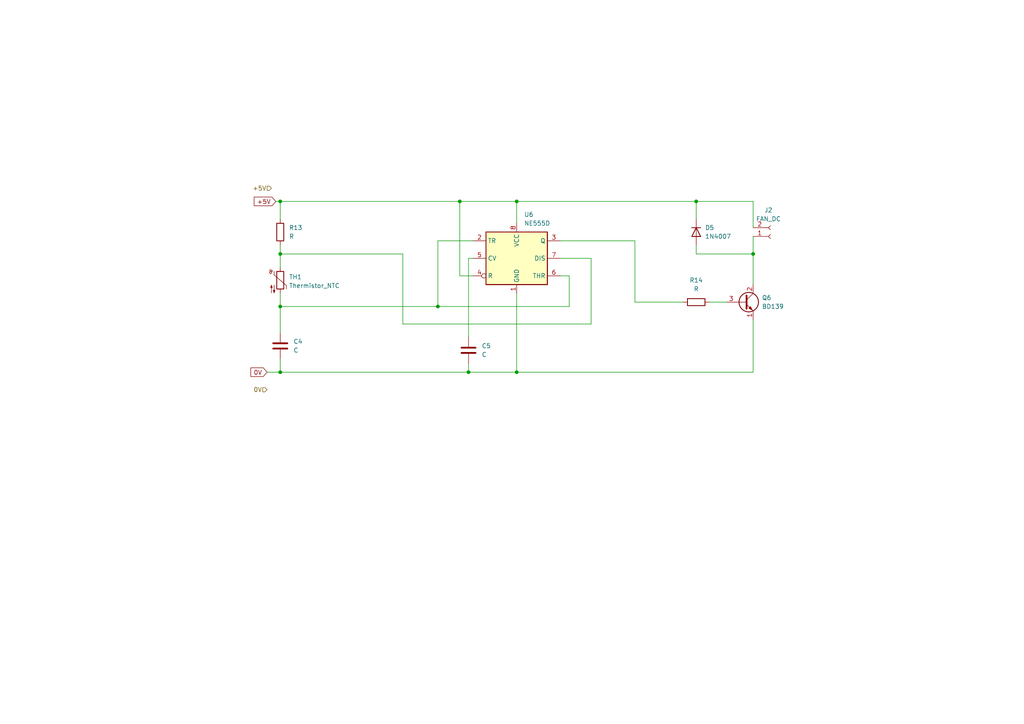
<source format=kicad_sch>
(kicad_sch (version 20250114) (generator "eeschema") (generator_version "9.0")
  (paper "A4")
  (lib_symbols
    (symbol "Connector:Conn_01x02_Socket" (pin_names (offset 1.016) (hide yes))
      (property "Reference" "J" (at 0 2.54 0))
      (property "Value" "Conn_01x02_Socket" (at 0 -5.08 0))
      (symbol "Conn_01x02_Socket_1_1"
        (polyline (pts (xy -1.27 0) (xy -0.508 0)) (stroke (width 0.1524)))
        (polyline (pts (xy -1.27 -2.54) (xy -0.508 -2.54)) (stroke (width 0.1524)))
        (arc (start 0 -0.508) (mid -0.5058 0) (end 0 0.508) (stroke (width 0.1524)))
        (arc (start 0 -3.048) (mid -0.5058 -2.54) (end 0 -2.032) (stroke (width 0.1524)))
        (pin passive line (at -5.08 0 0) (length 3.81) (name "Pin_1") (number "1"))
        (pin passive line (at -5.08 -2.54 0) (length 3.81) (name "Pin_2") (number "2"))
      )
    )
    (symbol "Device:C" (pin_numbers (hide yes)) (pin_names (offset 0.254))
      (property "Reference" "C" (at 0.635 2.54 0))
      (property "Value" "C" (at 0.635 -2.54 0))
      (symbol "C_0_1"
        (polyline (pts (xy -2.032 0.762) (xy 2.032 0.762)) (stroke (width 0.508)))
        (polyline (pts (xy -2.032 -0.762) (xy 2.032 -0.762)) (stroke (width 0.508)))
      )
      (symbol "C_1_1"
        (pin passive line (at 0 3.81 270) (length 2.794) (name "~") (number "1"))
        (pin passive line (at 0 -3.81 90) (length 2.794) (name "~") (number "2"))
      )
    )
    (symbol "Device:R" (pin_numbers (hide yes)) (pin_names (offset 0))
      (property "Reference" "R" (at 2.032 0 90))
      (property "Value" "R" (at 0 0 90))
      (symbol "R_0_1"
        (rectangle (start -1.016 -2.54) (end 1.016 2.54) (stroke (width 0.254)))
      )
      (symbol "R_1_1"
        (pin passive line (at 0 3.81 270) (length 1.27) (name "~") (number "1"))
        (pin passive line (at 0 -3.81 90) (length 1.27) (name "~") (number "2"))
      )
    )
    (symbol "Device:Thermistor_NTC" (pin_numbers (hide yes)) (pin_names (offset 0))
      (property "Reference" "TH" (at -4.445 0 90))
      (property "Value" "Thermistor_NTC" (at 3.175 0 90))
      (symbol "Thermistor_NTC_0_1"
        (arc (start -3.175 2.413) (mid -3.0506 2.3165) (end -3.048 2.159))
        (arc (start -3.048 2.794) (mid -2.9736 2.9736) (end -2.794 3.048))
        (arc (start -2.794 3.048) (mid -2.6144 2.9736) (end -2.54 2.794))
        (arc (start -2.794 2.54) (mid -2.9736 2.6144) (end -3.048 2.794))
        (arc (start -2.794 1.905) (mid -2.9736 1.9794) (end -3.048 2.159))
        (arc (start -2.54 2.159) (mid -2.6144 1.9794) (end -2.794 1.905))
        (arc (start -2.159 2.794) (mid -2.434 2.5608) (end -2.794 2.54))
        (polyline (pts (xy -2.54 2.159) (xy -2.54 2.794)))
        (polyline (pts (xy -2.54 -3.683) (xy -2.54 -1.397) (xy -2.794 -2.159) (xy -2.286 -2.159) (xy -2.54 -1.397) (xy -2.54 -1.651)) (fill (type outline)))
        (polyline (pts (xy -1.778 2.54) (xy -1.778 1.524) (xy 1.778 -1.524) (xy 1.778 -2.54)))
        (polyline (pts (xy -1.778 -1.397) (xy -1.778 -3.683) (xy -2.032 -2.921) (xy -1.524 -2.921) (xy -1.778 -3.683) (xy -1.778 -3.429)) (fill (type outline)))
        (rectangle (start -1.016 2.54) (end 1.016 -2.54) (stroke (width 0.254)))
      )
      (symbol "Thermistor_NTC_1_1"
        (pin passive line (at 0 3.81 270) (length 1.27) (name "~") (number "1"))
        (pin passive line (at 0 -3.81 90) (length 1.27) (name "~") (number "2"))
      )
    )
    (symbol "Diode:1N4007" (pin_numbers (hide yes)) (pin_names (hide yes))
      (property "Reference" "D" (at 0 2.54 0))
      (property "Value" "1N4007" (at 0 -2.54 0))
      (symbol "1N4007_0_1"
        (polyline (pts (xy -1.27 1.27) (xy -1.27 -1.27)) (stroke (width 0.254)))
        (polyline (pts (xy 1.27 1.27) (xy 1.27 -1.27) (xy -1.27 0) (xy 1.27 1.27)) (stroke (width 0.254)))
        (polyline (pts (xy 1.27 0) (xy -1.27 0)))
      )
      (symbol "1N4007_1_1"
        (pin passive line (at -3.81 0 0) (length 2.54) (name "K") (number "1"))
        (pin passive line (at 3.81 0 180) (length 2.54) (name "A") (number "2"))
      )
    )
    (symbol "Timer:NE555D"
      (property "Reference" "U" (at -10.16 8.89 0))
      (property "Value" "NE555D" (at 2.54 8.89 0))
      (symbol "NE555D_0_0"
        (pin power_in line (at 0 10.16 270) (length 2.54) (name "VCC") (number "8"))
        (pin power_in line (at 0 -10.16 90) (length 2.54) (name "GND") (number "1"))
      )
      (symbol "NE555D_0_1"
        (rectangle (start -8.89 -7.62) (end 8.89 7.62) (stroke (width 0.254)) (fill (type background)))
        (rectangle (start -8.89 -7.62) (end 8.89 7.62) (stroke (width 0.254)) (fill (type background)))
      )
      (symbol "NE555D_1_1"
        (pin input line (at -12.7 5.08 0) (length 3.81) (name "TR") (number "2"))
        (pin input line (at -12.7 0 0) (length 3.81) (name "CV") (number "5"))
        (pin input inverted (at -12.7 -5.08 0) (length 3.81) (name "R") (number "4"))
        (pin output line (at 12.7 5.08 180) (length 3.81) (name "Q") (number "3"))
        (pin input line (at 12.7 0 180) (length 3.81) (name "DIS") (number "7"))
        (pin input line (at 12.7 -5.08 180) (length 3.81) (name "THR") (number "6"))
      )
    )
    (symbol "Transistor_BJT:BD139" (pin_names (offset 0) (hide yes))
      (property "Reference" "Q" (at 5.08 1.905 0))
      (property "Value" "BD139" (at 5.08 0 0))
      (symbol "BD139_0_1"
        (polyline (pts (xy -2.54 0) (xy 0.635 0)))
        (polyline (pts (xy 0.635 1.905) (xy 0.635 -1.905)) (stroke (width 0.508)))
        (circle (center 1.27 0) (radius 2.8194) (stroke (width 0.254)))
      )
      (symbol "BD139_1_1"
        (polyline (pts (xy 0.635 0.635) (xy 2.54 2.54)))
        (polyline (pts (xy 0.635 -0.635) (xy 2.54 -2.54)))
        (polyline (pts (xy 1.27 -1.778) (xy 1.778 -1.27) (xy 2.286 -2.286) (xy 1.27 -1.778)) (fill (type outline)))
        (pin input line (at -5.08 0 0) (length 2.54) (name "B") (number "3"))
        (pin passive line (at 2.54 5.08 270) (length 2.54) (name "C") (number "2"))
        (pin passive line (at 2.54 -5.08 90) (length 2.54) (name "E") (number "1"))
      )
    )
  )
  (junction (at 218.44 73.66))
  (junction (at 81.28 58.42))
  (junction (at 81.28 88.9))
  (junction (at 201.93 58.42))
  (junction (at 149.86 58.42))
  (junction (at 81.28 73.66))
  (junction (at 135.89 107.95))
  (junction (at 127 88.9))
  (junction (at 133.35 58.42))
  (junction (at 81.28 107.95))
  (junction (at 149.86 107.95))
  (wire (pts (xy 218.44 92.71) (xy 218.44 107.95)))
  (wire (pts (xy 127 69.85) (xy 137.16 69.85)))
  (wire (pts (xy 149.86 64.77) (xy 149.86 58.42)))
  (wire (pts (xy 81.28 88.9) (xy 127 88.9)))
  (wire (pts (xy 218.44 107.95) (xy 149.86 107.95)))
  (wire (pts (xy 218.44 68.58) (xy 218.44 73.66)))
  (wire (pts (xy 135.89 74.93) (xy 137.16 74.93)))
  (wire (pts (xy 137.16 80.01) (xy 133.35 80.01)))
  (wire (pts (xy 116.84 93.98) (xy 116.84 73.66)))
  (wire (pts (xy 149.86 58.42) (xy 133.35 58.42)))
  (wire (pts (xy 81.28 58.42) (xy 81.28 63.5)))
  (wire (pts (xy 81.28 73.66) (xy 81.28 77.47)))
  (wire (pts (xy 162.56 74.93) (xy 171.45 74.93)))
  (wire (pts (xy 218.44 73.66) (xy 218.44 82.55)))
  (wire (pts (xy 162.56 80.01) (xy 165.1 80.01)))
  (wire (pts (xy 81.28 88.9) (xy 81.28 96.52)))
  (wire (pts (xy 133.35 58.42) (xy 133.35 80.01)))
  (wire (pts (xy 201.93 58.42) (xy 149.86 58.42)))
  (wire (pts (xy 81.28 71.12) (xy 81.28 73.66)))
  (wire (pts (xy 127 88.9) (xy 127 69.85)))
  (wire (pts (xy 81.28 104.14) (xy 81.28 107.95)))
  (wire (pts (xy 135.89 105.41) (xy 135.89 107.95)))
  (wire (pts (xy 162.56 69.85) (xy 184.15 69.85)))
  (wire (pts (xy 77.47 107.95) (xy 81.28 107.95)))
  (wire (pts (xy 184.15 69.85) (xy 184.15 87.63)))
  (wire (pts (xy 184.15 87.63) (xy 198.12 87.63)))
  (wire (pts (xy 201.93 58.42) (xy 218.44 58.42)))
  (wire (pts (xy 218.44 58.42) (xy 218.44 66.04)))
  (wire (pts (xy 133.35 58.42) (xy 81.28 58.42)))
  (wire (pts (xy 80.01 58.42) (xy 81.28 58.42)))
  (wire (pts (xy 201.93 58.42) (xy 201.93 63.5)))
  (wire (pts (xy 165.1 88.9) (xy 127 88.9)))
  (wire (pts (xy 81.28 85.09) (xy 81.28 88.9)))
  (wire (pts (xy 171.45 93.98) (xy 116.84 93.98)))
  (wire (pts (xy 171.45 74.93) (xy 171.45 93.98)))
  (wire (pts (xy 205.74 87.63) (xy 210.82 87.63)))
  (wire (pts (xy 135.89 97.79) (xy 135.89 74.93)))
  (wire (pts (xy 135.89 107.95) (xy 149.86 107.95)))
  (wire (pts (xy 218.44 73.66) (xy 201.93 73.66)))
  (wire (pts (xy 81.28 107.95) (xy 135.89 107.95)))
  (wire (pts (xy 165.1 80.01) (xy 165.1 88.9)))
  (wire (pts (xy 149.86 85.09) (xy 149.86 107.95)))
  (wire (pts (xy 116.84 73.66) (xy 81.28 73.66)))
  (wire (pts (xy 201.93 73.66) (xy 201.93 71.12)))
  (global_label "+5V" (shape input) (at 80.01 58.42 180) (property "Intersheetrefs" "${INTERSHEET_REFS}" (effects (hide yes))))
  (global_label "0V" (shape input) (at 77.47 107.95 180) (property "Intersheetrefs" "${INTERSHEET_REFS}" (effects (hide yes))))
  (hierarchical_label "0V" (shape input) (at 77.47 113.03 180))
  (hierarchical_label "+5V" (shape input) (at 78.74 54.61 180))
  (symbol (lib_id "Device:Thermistor_NTC") (at 81.28 81.28 0) (unit 1)
    (property "Reference" "TH1" (at 83.82 80.3274 0) (effects (justify left)))
    (property "Value" "Thermistor_NTC" (at 83.82 82.8674 0) (effects (justify left)))
    (property "Footprint" "Resistor_THT:R_Axial_DIN0204_L3.6mm_D1.6mm_P5.08mm_Horizontal" (effects (hide yes)))
    (property "Description" "Temperature dependent resistor, negative temperature coefficient" (effects (hide yes)))
  )
  (symbol (lib_id "Device:R") (at 81.28 67.31 0) (unit 1)
    (property "Reference" "R13" (at 83.82 66.0399 0) (effects (justify left)))
    (property "Value" "R" (at 83.82 68.5799 0) (effects (justify left)))
    (property "Footprint" "Resistor_SMD:R_0805_2012Metric" (effects (hide yes)))
    (property "Description" "Resistor" (effects (hide yes)))
  )
  (symbol (lib_id "Timer:NE555D") (at 149.86 74.93 0) (unit 1)
    (property "Reference" "U6" (at 152.0033 62.23 0) (effects (justify left)))
    (property "Value" "NE555D" (at 152.0033 64.77 0) (effects (justify left)))
    (property "Footprint" "Package_SO:SOIC-8_3.9x4.9mm_P1.27mm" (effects (hide yes)))
    (property "Datasheet" "http://www.ti.com/lit/ds/symlink/ne555.pdf" (effects (hide yes)))
    (property "Description" "Precision Timers, 555 compatible, SOIC-8" (effects (hide yes)))
  )
  (symbol (lib_id "Device:C") (at 135.89 101.6 0) (unit 1)
    (property "Reference" "C5" (at 139.7 100.3299 0) (effects (justify left)))
    (property "Value" "C" (at 139.7 102.8699 0) (effects (justify left)))
    (property "Footprint" "Capacitor_SMD:C_0805_2012Metric_Pad1.18x1.45mm_HandSolder" (effects (hide yes)))
    (property "Description" "Unpolarized capacitor" (effects (hide yes)))
  )
  (symbol (lib_id "Connector:Conn_01x02_Socket") (at 223.52 68.58 0) (mirror x) (unit 1)
    (property "Reference" "J2" (at 222.885 60.96 0))
    (property "Value" "FAN_DC" (at 222.885 63.5 0))
    (property "Footprint" "Connector_Wago:Wago_734-132_1x02_P3.50mm_Vertical" (effects (hide yes)))
    (property "Description" "Generic connector, single row, 01x02, script generated" (effects (hide yes)))
  )
  (symbol (lib_id "Diode:1N4007") (at 201.93 67.31 270) (unit 1)
    (property "Reference" "D5" (at 204.47 66.0399 90) (effects (justify left)))
    (property "Value" "1N4007" (at 204.47 68.5799 90) (effects (justify left)))
    (property "Footprint" "Diode_THT:D_DO-41_SOD81_P10.16mm_Horizontal" (effects (hide yes)))
    (property "Datasheet" "http://www.vishay.com/docs/88503/1n4001.pdf" (effects (hide yes)))
    (property "Description" "1000V 1A General Purpose Rectifier Diode, DO-41" (effects (hide yes)))
    (property "Sim.Device" "D" (effects (hide yes)))
    (property "Sim.Pins" "1=K 2=A" (effects (hide yes)))
  )
  (symbol (lib_id "Device:C") (at 81.28 100.33 0) (unit 1)
    (property "Reference" "C4" (at 85.09 99.0599 0) (effects (justify left)))
    (property "Value" "C" (at 85.09 101.5999 0) (effects (justify left)))
    (property "Footprint" "Capacitor_SMD:C_0805_2012Metric_Pad1.18x1.45mm_HandSolder" (effects (hide yes)))
    (property "Description" "Unpolarized capacitor" (effects (hide yes)))
  )
  (symbol (lib_id "Transistor_BJT:BD139") (at 215.9 87.63 0) (unit 1)
    (property "Reference" "Q6" (at 220.98 86.3599 0) (effects (justify left)))
    (property "Value" "BD139" (at 220.98 88.8999 0) (effects (justify left)))
    (property "Footprint" "Package_TO_SOT_THT:TO-126-3_Vertical" (effects (hide yes)))
    (property "Datasheet" "http://www.st.com/internet/com/TECHNICAL_RESOURCES/TECHNICAL_LITERATURE/DATASHEET/CD00001225.pdf" (effects (hide yes)))
    (property "Description" "1.5A Ic, 80V Vce, Low Voltage Transistor, TO-126" (effects (hide yes)))
  )
  (symbol (lib_id "Device:R") (at 201.93 87.63 90) (unit 1)
    (property "Reference" "R14" (at 201.93 81.28 90))
    (property "Value" "R" (at 201.93 83.82 90))
    (property "Footprint" "Resistor_SMD:R_0805_2012Metric" (effects (hide yes)))
    (property "Description" "Resistor" (effects (hide yes)))
  )
)
</source>
